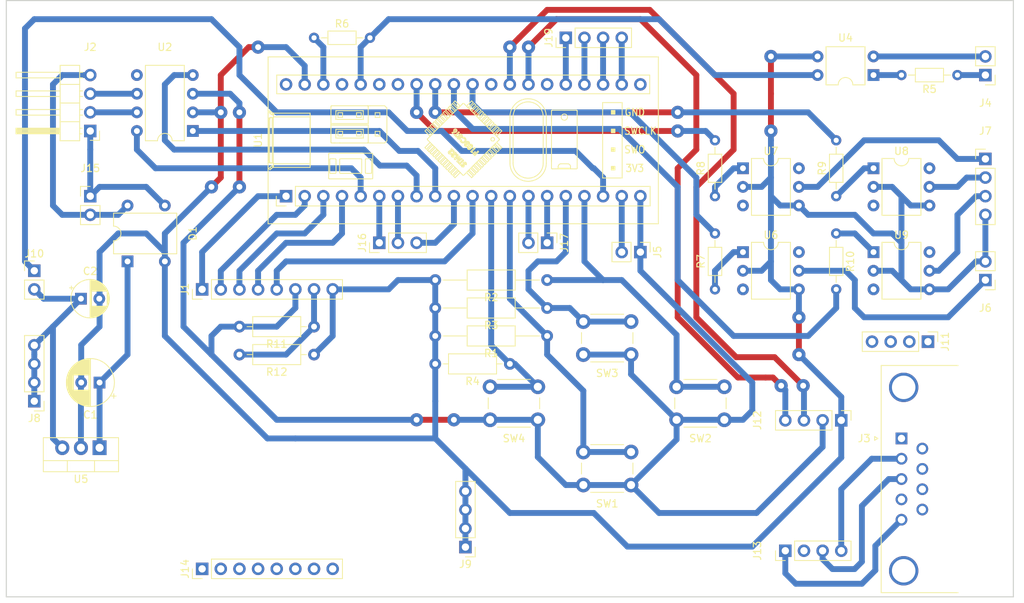
<source format=kicad_pcb>
(kicad_pcb (version 20171130) (host pcbnew 5.1.7)
  (title_block (title stm_proto_board) (date 2020-10-21) (rev 1.1))
  (layers (0 F.Cu signal) (31 B.Cu signal) (34 B.Paste user) (35 F.Paste user) (36 B.SilkS user) (37 F.SilkS user) (38 B.Mask user) (39 F.Mask user) (44 Edge.Cuts user))
  (net 0 "")
  (net 1 "Net-(U1-Pad21)")
  (net 2 +3V3)
  (net 3 /LCD_RST)
  (net 4 /LCD_CE)
  (net 5 /LCD_DC)
  (net 6 /LCD_DIN)
  (net 7 CAN_RX)
  (net 8 CAN_TX)
  (net 9 GND)
  (net 10 "Net-(U1-Pad37)")
  (net 11 /LCD_CLK)
  (net 12 "Net-(U1-Pad40)")
  (net 13 CAN_EN)
  (net 14 "Net-(J2-Pad3)")
  (net 15 "Net-(J2-Pad2)")
  (net 16 "Net-(C1-Pad1)")
  (net 17 +5V)
  (net 18 /Valt2)
  (net 19 /Valt1)
  (net 20 /LIGHT)
  (net 21 SW_UP)
  (net 22 SW_DOWN)
  (net 23 SW_RIGHT)
  (net 24 SW_LEFT)
  (net 25 "Net-(R5-Pad2)")
  (net 26 "Net-(J4-Pad1)")
  (net 27 USART3_RX)
  (net 28 LED_W)
  (net 29 "Net-(R7-Pad1)")
  (net 30 LED_R)
  (net 31 "Net-(R8-Pad1)")
  (net 32 LED_G)
  (net 33 "Net-(R9-Pad1)")
  (net 34 LED_B)
  (net 35 "Net-(R10-Pad1)")
  (net 36 SDA)
  (net 37 SCL)
  (net 38 Ext8)
  (net 39 USART2_TX)
  (net 40 USART2_RX)
  (net 41 Ext9)
  (net 42 Ext11)
  (net 43 Ext12)
  (net 44 "Net-(U2-Pad5)")
  (net 45 "Net-(J4-Pad2)")
  (net 46 "Net-(U6-Pad6)")
  (net 47 "Net-(U6-Pad3)")
  (net 48 OUT_W)
  (net 49 "Net-(U7-Pad6)")
  (net 50 "Net-(U7-Pad3)")
  (net 51 OUT_R)
  (net 52 "Net-(U8-Pad6)")
  (net 53 "Net-(U8-Pad3)")
  (net 54 OUT_G)
  (net 55 "Net-(U9-Pad6)")
  (net 56 "Net-(U9-Pad3)")
  (net 57 OUT_B)
  (net 58 "Net-(J3-Pad9)")
  (net 59 "Net-(J3-Pad8)")
  (net 60 "Net-(J3-Pad7)")
  (net 61 "Net-(J3-Pad6)")
  (net 62 "Net-(J13-Pad1)")
  (net 63 "Net-(J3-Pad4)")
  (net 64 "Net-(J13-Pad3)")
  (net 65 "Net-(J13-Pad4)")
  (net 66 "Net-(J3-Pad1)")
  (net 67 "Net-(J13-Pad2)")
  (net 68 "Net-(J14-Pad8)")
  (net 69 "Net-(J14-Pad7)")
  (net 70 "Net-(J14-Pad6)")
  (net 71 "Net-(J14-Pad5)")
  (net 72 "Net-(J14-Pad4)")
  (net 73 "Net-(J14-Pad3)")
  (net 74 "Net-(J14-Pad2)")
  (net 75 "Net-(J14-Pad1)")
  (net 76 "Net-(J10-Pad1)")
  (net 77 GND_SCL)
  (net 78 TP1)
  (net 79 TP2)
  (net 80 TP3)
  (net 81 TP4)
  (net 82 TP5)
  (net 83 TP6)
  (net 84 TP7)
  (net 85 3.3v_teleinfo)
  (module Connector_PinHeader_2.54mm:PinHeader_1x04_P2.54mm_Vertical (layer F.Cu) (at 203 110 270)
    (fp_text reference J11 (at 0 -2.33 90) (layer F.SilkS))
    (fp_text value Conn_01x04)
    (pad 4 thru_hole oval (at 0 7.62 270) (size 1.7 1.7) (drill 1) (layers *.Cu *.Mask) (net 37 SCL))
    (pad 3 thru_hole oval (at 0 5.08 270) (size 1.7 1.7) (drill 1) (layers *.Cu *.Mask) (net 36 SDA))
    (pad 2 thru_hole oval (at 0 2.54 270) (size 1.7 1.7) (drill 1) (layers *.Cu *.Mask) (net 77 GND_SCL))
    (pad 1 thru_hole rect (at 0 0 270) (size 1.7 1.7) (drill 1) (layers *.Cu *.Mask) (net 2 +3V3))
  )
  (module Connector_PinHeader_2.54mm:PinHeader_1x02_P2.54mm_Vertical (layer F.Cu) (at 151.13 96.52 270)
    (fp_text reference J17 (at 0 -2.33 90) (layer F.SilkS))
    (fp_text value Conn_01x02)
    (pad 2 thru_hole oval (at 0 2.54 270) (size 1.7 1.7) (drill 1) (layers *.Cu *.Mask) (net 37 SCL))
    (pad 1 thru_hole rect (at 0 0 270) (size 1.7 1.7) (drill 1) (layers *.Cu *.Mask) (net 36 SDA))
  )
  (module Connector_PinHeader_2.54mm:PinHeader_1x02_P2.54mm_Vertical (layer F.Cu) (at 163.83 97.79 270)
    (fp_text reference J5 (at 0 -2.33 90) (layer F.SilkS))
    (fp_text value Conn_01x02)
    (pad 2 thru_hole oval (at 0 2.54 270) (size 1.7 1.7) (drill 1) (layers *.Cu *.Mask) (net 77 GND_SCL))
    (pad 1 thru_hole rect (at 0 0 270) (size 1.7 1.7) (drill 1) (layers *.Cu *.Mask) (net 2 +3V3))
  )
  (module Resistor_THT:R_Axial_DIN0207_L6.3mm_D2.5mm_P10.16mm_Horizontal (layer F.Cu) (at 119.38 111.76 180)
    (fp_text reference R12 (at 5.08 -2.37) (layer F.SilkS))
    (fp_text value R)
    (pad 2 thru_hole oval (at 10.16 0 180) (size 1.6 1.6) (drill 0.8) (layers *.Cu *.Mask) (net 20 /LIGHT))
    (pad 1 thru_hole circle (at 0 0 180) (size 1.6 1.6) (drill 0.8) (layers *.Cu *.Mask) (net 9 GND))
  )
  (module Resistor_THT:R_Axial_DIN0207_L6.3mm_D2.5mm_P10.16mm_Horizontal (layer F.Cu) (at 119.38 107.95 180)
    (fp_text reference R11 (at 5.08 -2.37) (layer F.SilkS))
    (fp_text value R)
    (pad 2 thru_hole oval (at 10.16 0 180) (size 1.6 1.6) (drill 0.8) (layers *.Cu *.Mask) (net 2 +3V3))
    (pad 1 thru_hole circle (at 0 0 180) (size 1.6 1.6) (drill 0.8) (layers *.Cu *.Mask) (net 20 /LIGHT))
  )
  (module Capacitor_THT:CP_Radial_D5.0mm_P2.50mm (layer F.Cu) (at 87.63 104.14)
    (fp_text reference C2 (at 1.25 -3.75) (layer F.SilkS))
    (fp_text value CAP)
    (pad 2 thru_hole circle (at 2.5 0) (size 1.6 1.6) (drill 0.8) (layers *.Cu *.Mask) (net 9 GND))
    (pad 1 thru_hole rect (at 0 0) (size 1.6 1.6) (drill 0.8) (layers *.Cu *.Mask) (net 17 +5V))
  )
  (module Capacitor_THT:CP_Radial_D6.3mm_P2.50mm (layer F.Cu) (at 90.17 115.57 180)
    (fp_text reference C1 (at 1.25 -4.4) (layer F.SilkS))
    (fp_text value CAP)
    (pad 2 thru_hole circle (at 2.5 0 180) (size 1.6 1.6) (drill 0.8) (layers *.Cu *.Mask) (net 9 GND))
    (pad 1 thru_hole rect (at 0 0 180) (size 1.6 1.6) (drill 0.8) (layers *.Cu *.Mask) (net 16 "Net-(C1-Pad1)"))
  )
  (module Connector_PinHeader_2.54mm:PinHeader_1x03_P2.54mm_Vertical (layer F.Cu) (at 128.27 96.52 90)
    (fp_text reference J16 (at 0 -2.33 90) (layer F.SilkS))
    (fp_text value Conn_01x03)
    (pad 3 thru_hole oval (at 0 5.08 90) (size 1.7 1.7) (drill 1) (layers *.Cu *.Mask) (net 80 TP3))
    (pad 2 thru_hole oval (at 0 2.54 90) (size 1.7 1.7) (drill 1) (layers *.Cu *.Mask) (net 79 TP2))
    (pad 1 thru_hole rect (at 0 0 90) (size 1.7 1.7) (drill 1) (layers *.Cu *.Mask) (net 78 TP1))
  )
  (module Connector_PinHeader_2.54mm:PinHeader_1x04_P2.54mm_Vertical (layer F.Cu) (at 153.67 68.58 90)
    (fp_text reference J19 (at 0 -2.33 90) (layer F.SilkS))
    (fp_text value Conn_01x04)
    (pad 4 thru_hole oval (at 0 7.62 90) (size 1.7 1.7) (drill 1) (layers *.Cu *.Mask) (net 84 TP7))
    (pad 3 thru_hole oval (at 0 5.08 90) (size 1.7 1.7) (drill 1) (layers *.Cu *.Mask) (net 83 TP6))
    (pad 2 thru_hole oval (at 0 2.54 90) (size 1.7 1.7) (drill 1) (layers *.Cu *.Mask) (net 82 TP5))
    (pad 1 thru_hole rect (at 0 0 90) (size 1.7 1.7) (drill 1) (layers *.Cu *.Mask) (net 81 TP4))
  )
  (module Footprints:YAAJ_BluePill_1 (layer F.Cu) (at 115.57 90.17 90)
    (fp_text reference U1 (at 7.62 -3.81 90) (layer F.SilkS))
    (fp_text value YAAJ_BluePill_Part_Like hide)
    (fp_text user GND (at 11.43 47.498 unlocked) (layer F.SilkS) (effects (font (size 1 0.9))))
    (fp_text user SWCLK (at 8.89 48.26 unlocked) (layer F.SilkS) (effects (font (size 1 0.9))))
    (fp_text user SWO (at 6.35 47.498 unlocked) (layer F.SilkS) (effects (font (size 1 0.9))))
    (fp_text user 3V3 (at 3.81 47.498 unlocked) (layer F.SilkS) (effects (font (size 1 0.9))))
    (pad 20 thru_hole circle (at 0 48.26 90) (size 1.7 1.7) (drill 1) (layers *.Cu *.Mask) (net 2 +3V3))
    (pad 21 thru_hole circle (at 15.24 48.26 90) (size 1.7 1.7) (drill 1) (layers *.Cu *.Mask) (net 1 "Net-(U1-Pad21)"))
    (pad 19 thru_hole circle (at 0 45.72 90) (size 1.7 1.7) (drill 1) (layers *.Cu *.Mask) (net 77 GND_SCL))
    (pad 22 thru_hole circle (at 15.24 45.72 90) (size 1.7 1.7) (drill 1) (layers *.Cu *.Mask) (net 84 TP7))
    (pad 18 thru_hole circle (at 0 43.18 90) (size 1.7 1.7) (drill 1) (layers *.Cu *.Mask) (net 76 "Net-(J10-Pad1)"))
    (pad 23 thru_hole circle (at 15.24 43.18 90) (size 1.7 1.7) (drill 1) (layers *.Cu *.Mask) (net 83 TP6))
    (pad 17 thru_hole circle (at 0 40.64 90) (size 1.7 1.7) (drill 1) (layers *.Cu *.Mask) (net 22 SW_DOWN))
    (pad 24 thru_hole circle (at 15.24 40.64 90) (size 1.7 1.7) (drill 1) (layers *.Cu *.Mask) (net 82 TP5))
    (pad 16 thru_hole circle (at 0 38.1 90) (size 1.7 1.7) (drill 1) (layers *.Cu *.Mask) (net 23 SW_RIGHT))
    (pad 25 thru_hole circle (at 15.24 38.1 90) (size 1.7 1.7) (drill 1) (layers *.Cu *.Mask) (net 81 TP4))
    (pad 15 thru_hole circle (at 0 35.56 90) (size 1.7 1.7) (drill 1) (layers *.Cu *.Mask) (net 36 SDA))
    (pad 26 thru_hole circle (at 15.24 35.56 90) (size 1.7 1.7) (drill 1) (layers *.Cu *.Mask) (net 38 Ext8))
    (pad 14 thru_hole circle (at 0 33.02 90) (size 1.7 1.7) (drill 1) (layers *.Cu *.Mask) (net 37 SCL))
    (pad 27 thru_hole circle (at 15.24 33.02 90) (size 1.7 1.7) (drill 1) (layers *.Cu *.Mask) (net 39 USART2_TX))
    (pad 13 thru_hole circle (at 0 30.48 90) (size 1.7 1.7) (drill 1) (layers *.Cu *.Mask) (net 21 SW_UP))
    (pad 28 thru_hole circle (at 15.24 30.48 90) (size 1.7 1.7) (drill 1) (layers *.Cu *.Mask) (net 40 USART2_RX))
    (pad 12 thru_hole circle (at 0 27.94 90) (size 1.7 1.7) (drill 1) (layers *.Cu *.Mask) (net 24 SW_LEFT))
    (pad 29 thru_hole circle (at 15.24 27.94 90) (size 1.7 1.7) (drill 1) (layers *.Cu *.Mask) (net 41 Ext9))
    (pad 11 thru_hole circle (at 0 25.4 90) (size 1.7 1.7) (drill 1) (layers *.Cu *.Mask) (net 11 /LCD_CLK))
    (pad 30 thru_hole circle (at 15.24 25.4 90) (size 1.7 1.7) (drill 1) (layers *.Cu *.Mask) (net 28 LED_W))
    (pad 10 thru_hole circle (at 0 22.86 90) (size 1.7 1.7) (drill 1) (layers *.Cu *.Mask) (net 80 TP3))
    (pad 31 thru_hole circle (at 15.24 22.86 90) (size 1.7 1.7) (drill 1) (layers *.Cu *.Mask) (net 34 LED_B))
    (pad 9 thru_hole circle (at 0 20.32 90) (size 1.7 1.7) (drill 1) (layers *.Cu *.Mask) (net 8 CAN_TX))
    (pad 32 thru_hole circle (at 15.24 20.32 90) (size 1.7 1.7) (drill 1) (layers *.Cu *.Mask) (net 32 LED_G))
    (pad 8 thru_hole circle (at 0 17.78 90) (size 1.7 1.7) (drill 1) (layers *.Cu *.Mask) (net 7 CAN_RX))
    (pad 33 thru_hole circle (at 15.24 17.78 90) (size 1.7 1.7) (drill 1) (layers *.Cu *.Mask) (net 30 LED_R))
    (pad 7 thru_hole circle (at 0 15.24 90) (size 1.7 1.7) (drill 1) (layers *.Cu *.Mask) (net 79 TP2))
    (pad 34 thru_hole circle (at 15.24 15.24 90) (size 1.7 1.7) (drill 1) (layers *.Cu *.Mask) (net 42 Ext11))
    (pad 6 thru_hole circle (at 0 12.7 90) (size 1.7 1.7) (drill 1) (layers *.Cu *.Mask) (net 78 TP1))
    (pad 35 thru_hole circle (at 15.24 12.7 90) (size 1.7 1.7) (drill 1) (layers *.Cu *.Mask) (net 43 Ext12))
    (pad 5 thru_hole circle (at 0 10.16 90) (size 1.7 1.7) (drill 1) (layers *.Cu *.Mask) (net 13 CAN_EN))
    (pad 36 thru_hole circle (at 15.24 10.16 90) (size 1.7 1.7) (drill 1) (layers *.Cu *.Mask) (net 27 USART3_RX))
    (pad 4 thru_hole circle (at 0 7.62 90) (size 1.7 1.7) (drill 1) (layers *.Cu *.Mask) (net 6 /LCD_DIN))
    (pad 37 thru_hole circle (at 15.24 7.62 90) (size 1.7 1.7) (drill 1) (layers *.Cu *.Mask) (net 10 "Net-(U1-Pad37)"))
    (pad 3 thru_hole circle (at 0 5.08 90) (size 1.7 1.7) (drill 1) (layers *.Cu *.Mask) (net 5 /LCD_DC))
    (pad 38 thru_hole circle (at 15.24 5.08 90) (size 1.7 1.7) (drill 1) (layers *.Cu *.Mask) (net 85 3.3v_teleinfo))
    (pad 2 thru_hole circle (at 0 2.54 90) (size 1.7 1.7) (drill 1) (layers *.Cu *.Mask) (net 4 /LCD_CE))
    (pad 39 thru_hole circle (at 15.24 2.54 90) (size 1.7 1.7) (drill 1) (layers *.Cu *.Mask) (net 9 GND))
    (pad 1 thru_hole rect (at 0 0 90) (size 1.7 1.7) (drill 1) (layers *.Cu *.Mask) (net 3 /LCD_RST))
    (pad 40 thru_hole circle (at 15.24 0 90) (size 1.7 1.7) (drill 1) (layers *.Cu *.Mask) (net 12 "Net-(U1-Pad40)"))
  )
  (module Connector_PinHeader_2.54mm:PinHeader_1x02_P2.54mm_Vertical (layer F.Cu) (at 81.28 100.33)
    (fp_text reference J10 (at 0 -2.33) (layer F.SilkS))
    (fp_text value Conn_01x02)
    (pad 2 thru_hole oval (at 0 2.54) (size 1.7 1.7) (drill 1) (layers *.Cu *.Mask) (net 17 +5V))
    (pad 1 thru_hole rect (at 0 0) (size 1.7 1.7) (drill 1) (layers *.Cu *.Mask) (net 76 "Net-(J10-Pad1)"))
  )
  (module Package_TO_SOT_THT:TO-220-3_Vertical (layer F.Cu) (at 90.17 124.46 180)
    (fp_text reference U5 (at 2.54 -4.27) (layer F.SilkS))
    (fp_text value L7805)
    (pad 3 thru_hole oval (at 5.08 0 180) (size 1.905 2) (drill 1.1) (layers *.Cu *.Mask) (net 17 +5V))
    (pad 2 thru_hole oval (at 2.54 0 180) (size 1.905 2) (drill 1.1) (layers *.Cu *.Mask) (net 9 GND))
    (pad 1 thru_hole rect (at 0 0 180) (size 1.905 2) (drill 1.1) (layers *.Cu *.Mask) (net 16 "Net-(C1-Pad1)"))
  )
  (module Resistor_THT:R_Axial_DIN0207_L6.3mm_D2.5mm_P10.16mm_Horizontal (layer F.Cu) (at 146.05 113.03 180)
    (fp_text reference R4 (at 5.08 -2.37) (layer F.SilkS))
    (fp_text value R)
    (pad 2 thru_hole oval (at 10.16 0 180) (size 1.6 1.6) (drill 0.8) (layers *.Cu *.Mask) (net 9 GND))
    (pad 1 thru_hole circle (at 0 0 180) (size 1.6 1.6) (drill 0.8) (layers *.Cu *.Mask) (net 24 SW_LEFT))
  )
  (module Resistor_THT:R_Axial_DIN0207_L6.3mm_D2.5mm_P15.24mm_Horizontal (layer F.Cu) (at 151.13 105.41 180)
    (fp_text reference R3 (at 7.62 -2.37) (layer F.SilkS))
    (fp_text value R)
    (pad 2 thru_hole oval (at 15.24 0 180) (size 1.6 1.6) (drill 0.8) (layers *.Cu *.Mask) (net 9 GND))
    (pad 1 thru_hole circle (at 0 0 180) (size 1.6 1.6) (drill 0.8) (layers *.Cu *.Mask) (net 23 SW_RIGHT))
  )
  (module Resistor_THT:R_Axial_DIN0207_L6.3mm_D2.5mm_P15.24mm_Horizontal (layer F.Cu) (at 151.13 101.6 180)
    (fp_text reference R2 (at 7.62 -2.37) (layer F.SilkS))
    (fp_text value R)
    (pad 2 thru_hole oval (at 15.24 0 180) (size 1.6 1.6) (drill 0.8) (layers *.Cu *.Mask) (net 9 GND))
    (pad 1 thru_hole circle (at 0 0 180) (size 1.6 1.6) (drill 0.8) (layers *.Cu *.Mask) (net 22 SW_DOWN))
  )
  (module Resistor_THT:R_Axial_DIN0207_L6.3mm_D2.5mm_P15.24mm_Horizontal (layer F.Cu) (at 151.13 109.22 180)
    (fp_text reference R1 (at 7.62 -2.37) (layer F.SilkS))
    (fp_text value R)
    (pad 2 thru_hole oval (at 15.24 0 180) (size 1.6 1.6) (drill 0.8) (layers *.Cu *.Mask) (net 9 GND))
    (pad 1 thru_hole circle (at 0 0 180) (size 1.6 1.6) (drill 0.8) (layers *.Cu *.Mask) (net 21 SW_UP))
  )
  (module Connector_PinHeader_2.54mm:PinHeader_1x04_P2.54mm_Vertical (layer F.Cu) (at 140 138 180)
    (fp_text reference J9 (at 0 -2.33) (layer F.SilkS))
    (fp_text value Conn_01x04)
    (pad 4 thru_hole oval (at 0 7.62 180) (size 1.7 1.7) (drill 1) (layers *.Cu *.Mask) (net 9 GND))
    (pad 3 thru_hole oval (at 0 5.08 180) (size 1.7 1.7) (drill 1) (layers *.Cu *.Mask) (net 9 GND))
    (pad 2 thru_hole oval (at 0 2.54 180) (size 1.7 1.7) (drill 1) (layers *.Cu *.Mask) (net 9 GND))
    (pad 1 thru_hole rect (at 0 0 180) (size 1.7 1.7) (drill 1) (layers *.Cu *.Mask) (net 9 GND))
  )
  (module Connector_PinHeader_2.54mm:PinHeader_1x04_P2.54mm_Vertical (layer F.Cu) (at 81.28 118.11 180)
    (fp_text reference J8 (at 0 -2.33) (layer F.SilkS))
    (fp_text value Conn_01x04)
    (pad 4 thru_hole oval (at 0 7.62 180) (size 1.7 1.7) (drill 1) (layers *.Cu *.Mask) (net 17 +5V))
    (pad 3 thru_hole oval (at 0 5.08 180) (size 1.7 1.7) (drill 1) (layers *.Cu *.Mask) (net 17 +5V))
    (pad 2 thru_hole oval (at 0 2.54 180) (size 1.7 1.7) (drill 1) (layers *.Cu *.Mask) (net 17 +5V))
    (pad 1 thru_hole rect (at 0 0 180) (size 1.7 1.7) (drill 1) (layers *.Cu *.Mask) (net 17 +5V))
  )
  (module Resistor_THT:R_Axial_DIN0204_L3.6mm_D1.6mm_P7.62mm_Horizontal (layer F.Cu) (at 207.01 73.66 180)
    (fp_text reference R5 (at 3.81 -1.92) (layer F.SilkS))
    (fp_text value 10k)
    (pad 2 thru_hole oval (at 7.62 0 180) (size 1.4 1.4) (drill 0.7) (layers *.Cu *.Mask) (net 25 "Net-(R5-Pad2)"))
    (pad 1 thru_hole circle (at 0 0 180) (size 1.4 1.4) (drill 0.7) (layers *.Cu *.Mask) (net 26 "Net-(J4-Pad1)"))
  )
  (module Connector_PinHeader_2.54mm:PinHeader_1x08_P2.54mm_Vertical (layer F.Cu) (at 104.14 102.87 90)
    (fp_text reference J1 (at 0 -2.33 90) (layer F.SilkS))
    (fp_text value Conn_01x08)
    (pad 8 thru_hole oval (at 0 17.78 90) (size 1.7 1.7) (drill 1) (layers *.Cu *.Mask) (net 9 GND))
    (pad 7 thru_hole oval (at 0 15.24 90) (size 1.7 1.7) (drill 1) (layers *.Cu *.Mask) (net 20 /LIGHT))
    (pad 6 thru_hole oval (at 0 12.7 90) (size 1.7 1.7) (drill 1) (layers *.Cu *.Mask) (net 2 +3V3))
    (pad 5 thru_hole oval (at 0 10.16 90) (size 1.7 1.7) (drill 1) (layers *.Cu *.Mask) (net 11 /LCD_CLK))
    (pad 4 thru_hole oval (at 0 7.62 90) (size 1.7 1.7) (drill 1) (layers *.Cu *.Mask) (net 6 /LCD_DIN))
    (pad 3 thru_hole oval (at 0 5.08 90) (size 1.7 1.7) (drill 1) (layers *.Cu *.Mask) (net 5 /LCD_DC))
    (pad 2 thru_hole oval (at 0 2.54 90) (size 1.7 1.7) (drill 1) (layers *.Cu *.Mask) (net 4 /LCD_CE))
    (pad 1 thru_hole rect (at 0 0 90) (size 1.7 1.7) (drill 1) (layers *.Cu *.Mask) (net 3 /LCD_RST))
  )
  (module Connector_PinHeader_2.54mm:PinHeader_1x08_P2.54mm_Vertical (layer F.Cu) (at 104.14 140.97 90)
    (fp_text reference J14 (at 0 -2.33 90) (layer F.SilkS))
    (fp_text value Conn_01x08)
    (pad 8 thru_hole oval (at 0 17.78 90) (size 1.7 1.7) (drill 1) (layers *.Cu *.Mask) (net 68 "Net-(J14-Pad8)"))
    (pad 7 thru_hole oval (at 0 15.24 90) (size 1.7 1.7) (drill 1) (layers *.Cu *.Mask) (net 69 "Net-(J14-Pad7)"))
    (pad 6 thru_hole oval (at 0 12.7 90) (size 1.7 1.7) (drill 1) (layers *.Cu *.Mask) (net 70 "Net-(J14-Pad6)"))
    (pad 5 thru_hole oval (at 0 10.16 90) (size 1.7 1.7) (drill 1) (layers *.Cu *.Mask) (net 71 "Net-(J14-Pad5)"))
    (pad 4 thru_hole oval (at 0 7.62 90) (size 1.7 1.7) (drill 1) (layers *.Cu *.Mask) (net 72 "Net-(J14-Pad4)"))
    (pad 3 thru_hole oval (at 0 5.08 90) (size 1.7 1.7) (drill 1) (layers *.Cu *.Mask) (net 73 "Net-(J14-Pad3)"))
    (pad 2 thru_hole oval (at 0 2.54 90) (size 1.7 1.7) (drill 1) (layers *.Cu *.Mask) (net 74 "Net-(J14-Pad2)"))
    (pad 1 thru_hole rect (at 0 0 90) (size 1.7 1.7) (drill 1) (layers *.Cu *.Mask) (net 75 "Net-(J14-Pad1)"))
  )
  (module Connector_PinHeader_2.54mm:PinHeader_1x04_P2.54mm_Horizontal (layer F.Cu) (at 88.9 81.28 180)
    (fp_text reference J2 (at 0 11.43) (layer F.SilkS))
    (fp_text value Conn_01x04)
    (pad 4 thru_hole oval (at 0 7.62 180) (size 1.7 1.7) (drill 1) (layers *.Cu *.Mask) (net 18 /Valt2))
    (pad 3 thru_hole oval (at 0 5.08 180) (size 1.7 1.7) (drill 1) (layers *.Cu *.Mask) (net 14 "Net-(J2-Pad3)"))
    (pad 2 thru_hole oval (at 0 2.54 180) (size 1.7 1.7) (drill 1) (layers *.Cu *.Mask) (net 15 "Net-(J2-Pad2)"))
    (pad 1 thru_hole rect (at 0 0 180) (size 1.7 1.7) (drill 1) (layers *.Cu *.Mask) (net 19 /Valt1))
  )
  (module Diode_THT:Diode_Bridge_DIP-4_W7.62mm_P5.08mm (layer F.Cu) (at 93.98 99.06 90)
    (fp_text reference D1 (at 3.81 8.89 90) (layer F.SilkS))
    (fp_text value D_Bridge_+-AA)
    (pad 1 thru_hole rect (at 0 0 90) (size 1.6 1.6) (drill 0.8) (layers *.Cu *.Mask) (net 16 "Net-(C1-Pad1)"))
    (pad 3 thru_hole oval (at 7.62 5.08 90) (size 1.6 1.6) (drill 0.8) (layers *.Cu *.Mask) (net 19 /Valt1))
    (pad 2 thru_hole oval (at 0 5.08 90) (size 1.6 1.6) (drill 0.8) (layers *.Cu *.Mask) (net 9 GND))
    (pad 4 thru_hole oval (at 7.62 0 90) (size 1.6 1.6) (drill 0.8) (layers *.Cu *.Mask) (net 18 /Valt2))
  )
  (module Connector_PinHeader_2.54mm:PinHeader_1x02_P2.54mm_Vertical (layer F.Cu) (at 88.9 90.17)
    (fp_text reference J15 (at 0 -3.81) (layer F.SilkS))
    (fp_text value Conn_01x02)
    (pad 1 thru_hole rect (at 0 0) (size 1.7 1.7) (drill 1) (layers *.Cu *.Mask) (net 19 /Valt1))
    (pad 2 thru_hole oval (at 0 2.54) (size 1.7 1.7) (drill 1) (layers *.Cu *.Mask) (net 18 /Valt2))
  )
  (module Connector_PinHeader_2.54mm:PinHeader_1x02_P2.54mm_Vertical (layer F.Cu) (at 210.82 101.6 180)
    (fp_text reference J6 (at 0 -3.81) (layer F.SilkS))
    (fp_text value Conn_01x02)
    (pad 2 thru_hole oval (at 0 2.54 180) (size 1.7 1.7) (drill 1) (layers *.Cu *.Mask) (net 9 GND))
    (pad 1 thru_hole rect (at 0 0 180) (size 1.7 1.7) (drill 1) (layers *.Cu *.Mask) (net 48 OUT_W))
  )
  (module Connector_PinHeader_2.54mm:PinHeader_1x02_P2.54mm_Vertical (layer F.Cu) (at 210.82 73.66 180)
    (fp_text reference J4 (at 0 -3.81) (layer F.SilkS))
    (fp_text value Conn_01x02)
    (pad 2 thru_hole oval (at 0 2.54 180) (size 1.7 1.7) (drill 1) (layers *.Cu *.Mask) (net 45 "Net-(J4-Pad2)"))
    (pad 1 thru_hole rect (at 0 0 180) (size 1.7 1.7) (drill 1) (layers *.Cu *.Mask) (net 26 "Net-(J4-Pad1)"))
  )
  (module Connector_PinHeader_2.54mm:PinHeader_1x04_P2.54mm_Vertical (layer F.Cu) (at 183.57 138.5 90)
    (fp_text reference J13 (at 0 -3.81 90) (layer F.SilkS))
    (fp_text value Conn_01x04)
    (pad 4 thru_hole oval (at 0 7.62 90) (size 1.7 1.7) (drill 1) (layers *.Cu *.Mask) (net 65 "Net-(J13-Pad4)"))
    (pad 3 thru_hole oval (at 0 5.08 90) (size 1.7 1.7) (drill 1) (layers *.Cu *.Mask) (net 64 "Net-(J13-Pad3)"))
    (pad 2 thru_hole oval (at 0 2.54 90) (size 1.7 1.7) (drill 1) (layers *.Cu *.Mask) (net 67 "Net-(J13-Pad2)"))
    (pad 1 thru_hole rect (at 0 0 90) (size 1.7 1.7) (drill 1) (layers *.Cu *.Mask) (net 62 "Net-(J13-Pad1)"))
  )
  (module Connector_PinHeader_2.54mm:PinHeader_1x04_P2.54mm_Vertical (layer F.Cu) (at 191.19 120.72 270)
    (fp_text reference J12 (at 0 11.43 90) (layer F.SilkS))
    (fp_text value Conn_01x04)
    (pad 4 thru_hole oval (at 0 7.62 270) (size 1.7 1.7) (drill 1) (layers *.Cu *.Mask) (net 39 USART2_TX))
    (pad 3 thru_hole oval (at 0 5.08 270) (size 1.7 1.7) (drill 1) (layers *.Cu *.Mask) (net 40 USART2_RX))
    (pad 2 thru_hole oval (at 0 2.54 270) (size 1.7 1.7) (drill 1) (layers *.Cu *.Mask) (net 2 +3V3))
    (pad 1 thru_hole rect (at 0 0 270) (size 1.7 1.7) (drill 1) (layers *.Cu *.Mask) (net 9 GND))
  )
  (module Connector_PinHeader_2.54mm:PinHeader_1x04_P2.54mm_Vertical (layer F.Cu) (at 210.82 85.09)
    (fp_text reference J7 (at 0 -3.81) (layer F.SilkS))
    (fp_text value Conn_01x04)
    (pad 4 thru_hole oval (at 0 7.62) (size 1.7 1.7) (drill 1) (layers *.Cu *.Mask) (net 9 GND))
    (pad 3 thru_hole oval (at 0 5.08) (size 1.7 1.7) (drill 1) (layers *.Cu *.Mask) (net 57 OUT_B))
    (pad 2 thru_hole oval (at 0 2.54) (size 1.7 1.7) (drill 1) (layers *.Cu *.Mask) (net 54 OUT_G))
    (pad 1 thru_hole rect (at 0 0) (size 1.7 1.7) (drill 1) (layers *.Cu *.Mask) (net 51 OUT_R))
  )
  (module Connector_Dsub:DSUB-9_Female_Horizontal_P2.77x2.84mm_EdgePinOffset4.94mm_Housed_MountingHolesOffset7.48mm (layer F.Cu) (at 199.39 123.19 90)
    (fp_text reference J3 (at 0 -5.08 180) (layer F.SilkS))
    (fp_text value DB9_Female)
    (pad 0 thru_hole circle (at 6.96 0.3 90) (size 4 4) (drill 3.2) (layers *.Cu *.Mask))
    (pad 0 thru_hole circle (at -18.04 0.3 90) (size 4 4) (drill 3.2) (layers *.Cu *.Mask))
    (pad 9 thru_hole circle (at -9.695 2.84 90) (size 1.6 1.6) (drill 1) (layers *.Cu *.Mask) (net 58 "Net-(J3-Pad9)"))
    (pad 8 thru_hole circle (at -6.925 2.84 90) (size 1.6 1.6) (drill 1) (layers *.Cu *.Mask) (net 59 "Net-(J3-Pad8)"))
    (pad 7 thru_hole circle (at -4.155 2.84 90) (size 1.6 1.6) (drill 1) (layers *.Cu *.Mask) (net 60 "Net-(J3-Pad7)"))
    (pad 6 thru_hole circle (at -1.385 2.84 90) (size 1.6 1.6) (drill 1) (layers *.Cu *.Mask) (net 61 "Net-(J3-Pad6)"))
    (pad 5 thru_hole circle (at -11.08 0 90) (size 1.6 1.6) (drill 1) (layers *.Cu *.Mask) (net 62 "Net-(J13-Pad1)"))
    (pad 4 thru_hole circle (at -8.31 0 90) (size 1.6 1.6) (drill 1) (layers *.Cu *.Mask) (net 63 "Net-(J3-Pad4)"))
    (pad 3 thru_hole circle (at -5.54 0 90) (size 1.6 1.6) (drill 1) (layers *.Cu *.Mask) (net 64 "Net-(J13-Pad3)"))
    (pad 2 thru_hole circle (at -2.77 0 90) (size 1.6 1.6) (drill 1) (layers *.Cu *.Mask) (net 65 "Net-(J13-Pad4)"))
    (pad 1 thru_hole rect (at 0 0 90) (size 1.6 1.6) (drill 1) (layers *.Cu *.Mask) (net 66 "Net-(J3-Pad1)"))
  )
  (module Package_DIP:DIP-6_W7.62mm (layer F.Cu) (at 195.58 97.79)
    (fp_text reference U9 (at 3.81 -2.33) (layer F.SilkS))
    (fp_text value 4N25)
    (pad 6 thru_hole oval (at 7.62 0) (size 1.6 1.6) (drill 0.8) (layers *.Cu *.Mask) (net 55 "Net-(U9-Pad6)"))
    (pad 3 thru_hole oval (at 0 5.08) (size 1.6 1.6) (drill 0.8) (layers *.Cu *.Mask) (net 56 "Net-(U9-Pad3)"))
    (pad 5 thru_hole oval (at 7.62 2.54) (size 1.6 1.6) (drill 0.8) (layers *.Cu *.Mask) (net 57 OUT_B))
    (pad 2 thru_hole oval (at 0 2.54) (size 1.6 1.6) (drill 0.8) (layers *.Cu *.Mask) (net 9 GND))
    (pad 4 thru_hole oval (at 7.62 5.08) (size 1.6 1.6) (drill 0.8) (layers *.Cu *.Mask) (net 9 GND))
    (pad 1 thru_hole rect (at 0 0) (size 1.6 1.6) (drill 0.8) (layers *.Cu *.Mask) (net 35 "Net-(R10-Pad1)"))
  )
  (module Package_DIP:DIP-6_W7.62mm (layer F.Cu) (at 195.58 86.36)
    (fp_text reference U8 (at 3.81 -2.33) (layer F.SilkS))
    (fp_text value 4N25)
    (pad 6 thru_hole oval (at 7.62 0) (size 1.6 1.6) (drill 0.8) (layers *.Cu *.Mask) (net 52 "Net-(U8-Pad6)"))
    (pad 3 thru_hole oval (at 0 5.08) (size 1.6 1.6) (drill 0.8) (layers *.Cu *.Mask) (net 53 "Net-(U8-Pad3)"))
    (pad 5 thru_hole oval (at 7.62 2.54) (size 1.6 1.6) (drill 0.8) (layers *.Cu *.Mask) (net 54 OUT_G))
    (pad 2 thru_hole oval (at 0 2.54) (size 1.6 1.6) (drill 0.8) (layers *.Cu *.Mask) (net 9 GND))
    (pad 4 thru_hole oval (at 7.62 5.08) (size 1.6 1.6) (drill 0.8) (layers *.Cu *.Mask) (net 9 GND))
    (pad 1 thru_hole rect (at 0 0) (size 1.6 1.6) (drill 0.8) (layers *.Cu *.Mask) (net 33 "Net-(R9-Pad1)"))
  )
  (module Package_DIP:DIP-6_W7.62mm (layer F.Cu) (at 177.8 86.36)
    (fp_text reference U7 (at 3.81 -2.33) (layer F.SilkS))
    (fp_text value 4N25)
    (pad 6 thru_hole oval (at 7.62 0) (size 1.6 1.6) (drill 0.8) (layers *.Cu *.Mask) (net 49 "Net-(U7-Pad6)"))
    (pad 3 thru_hole oval (at 0 5.08) (size 1.6 1.6) (drill 0.8) (layers *.Cu *.Mask) (net 50 "Net-(U7-Pad3)"))
    (pad 5 thru_hole oval (at 7.62 2.54) (size 1.6 1.6) (drill 0.8) (layers *.Cu *.Mask) (net 51 OUT_R))
    (pad 2 thru_hole oval (at 0 2.54) (size 1.6 1.6) (drill 0.8) (layers *.Cu *.Mask) (net 9 GND))
    (pad 4 thru_hole oval (at 7.62 5.08) (size 1.6 1.6) (drill 0.8) (layers *.Cu *.Mask) (net 9 GND))
    (pad 1 thru_hole rect (at 0 0) (size 1.6 1.6) (drill 0.8) (layers *.Cu *.Mask) (net 31 "Net-(R8-Pad1)"))
  )
  (module Package_DIP:DIP-6_W7.62mm (layer F.Cu) (at 177.8 97.79)
    (fp_text reference U6 (at 3.81 -2.33) (layer F.SilkS))
    (fp_text value 4N25)
    (pad 6 thru_hole oval (at 7.62 0) (size 1.6 1.6) (drill 0.8) (layers *.Cu *.Mask) (net 46 "Net-(U6-Pad6)"))
    (pad 3 thru_hole oval (at 0 5.08) (size 1.6 1.6) (drill 0.8) (layers *.Cu *.Mask) (net 47 "Net-(U6-Pad3)"))
    (pad 5 thru_hole oval (at 7.62 2.54) (size 1.6 1.6) (drill 0.8) (layers *.Cu *.Mask) (net 48 OUT_W))
    (pad 2 thru_hole oval (at 0 2.54) (size 1.6 1.6) (drill 0.8) (layers *.Cu *.Mask) (net 9 GND))
    (pad 4 thru_hole oval (at 7.62 5.08) (size 1.6 1.6) (drill 0.8) (layers *.Cu *.Mask) (net 9 GND))
    (pad 1 thru_hole rect (at 0 0) (size 1.6 1.6) (drill 0.8) (layers *.Cu *.Mask) (net 29 "Net-(R7-Pad1)"))
  )
  (module Package_DIP:DIP-4_W7.62mm (layer F.Cu) (at 195.58 73.66 180)
    (fp_text reference U4 (at 3.81 5.08) (layer F.SilkS))
    (fp_text value LTV-814)
    (pad 4 thru_hole oval (at 7.62 0 180) (size 1.6 1.6) (drill 0.8) (layers *.Cu *.Mask) (net 27 USART3_RX))
    (pad 2 thru_hole oval (at 0 2.54 180) (size 1.6 1.6) (drill 0.8) (layers *.Cu *.Mask) (net 45 "Net-(J4-Pad2)"))
    (pad 3 thru_hole oval (at 7.62 2.54 180) (size 1.6 1.6) (drill 0.8) (layers *.Cu *.Mask) (net 9 GND))
    (pad 1 thru_hole rect (at 0 0 180) (size 1.6 1.6) (drill 0.8) (layers *.Cu *.Mask) (net 25 "Net-(R5-Pad2)"))
  )
  (module Button_Switch_THT:SW_PUSH_6mm (layer F.Cu) (at 149.86 120.65 180)
    (fp_text reference SW4 (at 3.25 -2.54) (layer F.SilkS))
    (fp_text value SW_Push)
    (pad 1 thru_hole circle (at 6.5 0 270) (size 2 2) (drill 1.1) (layers *.Cu *.Mask) (net 2 +3V3))
    (pad 2 thru_hole circle (at 6.5 4.5 270) (size 2 2) (drill 1.1) (layers *.Cu *.Mask) (net 24 SW_LEFT))
    (pad 1 thru_hole circle (at 0 0 270) (size 2 2) (drill 1.1) (layers *.Cu *.Mask) (net 2 +3V3))
    (pad 2 thru_hole circle (at 0 4.5 270) (size 2 2) (drill 1.1) (layers *.Cu *.Mask) (net 24 SW_LEFT))
  )
  (module Button_Switch_THT:SW_PUSH_6mm (layer F.Cu) (at 162.56 111.76 180)
    (fp_text reference SW3 (at 3.25 -2.54) (layer F.SilkS))
    (fp_text value SW_Push)
    (pad 1 thru_hole circle (at 6.5 0 270) (size 2 2) (drill 1.1) (layers *.Cu *.Mask) (net 2 +3V3))
    (pad 2 thru_hole circle (at 6.5 4.5 270) (size 2 2) (drill 1.1) (layers *.Cu *.Mask) (net 23 SW_RIGHT))
    (pad 1 thru_hole circle (at 0 0 270) (size 2 2) (drill 1.1) (layers *.Cu *.Mask) (net 2 +3V3))
    (pad 2 thru_hole circle (at 0 4.5 270) (size 2 2) (drill 1.1) (layers *.Cu *.Mask) (net 23 SW_RIGHT))
  )
  (module Button_Switch_THT:SW_PUSH_6mm (layer F.Cu) (at 175.26 120.65 180)
    (fp_text reference SW2 (at 3.25 -2.54) (layer F.SilkS))
    (fp_text value SW_Push)
    (pad 1 thru_hole circle (at 6.5 0 270) (size 2 2) (drill 1.1) (layers *.Cu *.Mask) (net 2 +3V3))
    (pad 2 thru_hole circle (at 6.5 4.5 270) (size 2 2) (drill 1.1) (layers *.Cu *.Mask) (net 22 SW_DOWN))
    (pad 1 thru_hole circle (at 0 0 270) (size 2 2) (drill 1.1) (layers *.Cu *.Mask) (net 2 +3V3))
    (pad 2 thru_hole circle (at 0 4.5 270) (size 2 2) (drill 1.1) (layers *.Cu *.Mask) (net 22 SW_DOWN))
  )
  (module Button_Switch_THT:SW_PUSH_6mm (layer F.Cu) (at 162.56 129.54 180)
    (fp_text reference SW1 (at 3.25 -2.54) (layer F.SilkS))
    (fp_text value SW_Push)
    (pad 1 thru_hole circle (at 6.5 0 270) (size 2 2) (drill 1.1) (layers *.Cu *.Mask) (net 2 +3V3))
    (pad 2 thru_hole circle (at 6.5 4.5 270) (size 2 2) (drill 1.1) (layers *.Cu *.Mask) (net 21 SW_UP))
    (pad 1 thru_hole circle (at 0 0 270) (size 2 2) (drill 1.1) (layers *.Cu *.Mask) (net 2 +3V3))
    (pad 2 thru_hole circle (at 0 4.5 270) (size 2 2) (drill 1.1) (layers *.Cu *.Mask) (net 21 SW_UP))
  )
  (module Resistor_THT:R_Axial_DIN0204_L3.6mm_D1.6mm_P7.62mm_Horizontal (layer F.Cu) (at 190.5 95.25 270)
    (fp_text reference R10 (at 3.81 -1.92 90) (layer F.SilkS))
    (fp_text value 330)
    (pad 2 thru_hole oval (at 7.62 0 270) (size 1.4 1.4) (drill 0.7) (layers *.Cu *.Mask) (net 34 LED_B))
    (pad 1 thru_hole circle (at 0 0 270) (size 1.4 1.4) (drill 0.7) (layers *.Cu *.Mask) (net 35 "Net-(R10-Pad1)"))
  )
  (module Resistor_THT:R_Axial_DIN0204_L3.6mm_D1.6mm_P7.62mm_Horizontal (layer F.Cu) (at 190.5 90.17 90)
    (fp_text reference R9 (at 3.81 -1.92 90) (layer F.SilkS))
    (fp_text value 330)
    (pad 2 thru_hole oval (at 7.62 0 90) (size 1.4 1.4) (drill 0.7) (layers *.Cu *.Mask) (net 32 LED_G))
    (pad 1 thru_hole circle (at 0 0 90) (size 1.4 1.4) (drill 0.7) (layers *.Cu *.Mask) (net 33 "Net-(R9-Pad1)"))
  )
  (module Resistor_THT:R_Axial_DIN0204_L3.6mm_D1.6mm_P7.62mm_Horizontal (layer F.Cu) (at 173.99 90.17 90)
    (fp_text reference R8 (at 3.81 -1.92 270) (layer F.SilkS))
    (fp_text value 330)
    (pad 2 thru_hole oval (at 7.62 0 90) (size 1.4 1.4) (drill 0.7) (layers *.Cu *.Mask) (net 30 LED_R))
    (pad 1 thru_hole circle (at 0 0 90) (size 1.4 1.4) (drill 0.7) (layers *.Cu *.Mask) (net 31 "Net-(R8-Pad1)"))
  )
  (module Resistor_THT:R_Axial_DIN0204_L3.6mm_D1.6mm_P7.62mm_Horizontal (layer F.Cu) (at 173.99 102.87 90)
    (fp_text reference R7 (at 3.81 -1.92 90) (layer F.SilkS))
    (fp_text value 330)
    (pad 2 thru_hole oval (at 7.62 0 90) (size 1.4 1.4) (drill 0.7) (layers *.Cu *.Mask) (net 28 LED_W))
    (pad 1 thru_hole circle (at 0 0 90) (size 1.4 1.4) (drill 0.7) (layers *.Cu *.Mask) (net 29 "Net-(R7-Pad1)"))
  )
  (module Resistor_THT:R_Axial_DIN0204_L3.6mm_D1.6mm_P7.62mm_Horizontal (layer F.Cu) (at 119.38 68.58)
    (fp_text reference R6 (at 3.81 -1.92) (layer F.SilkS))
    (fp_text value 1.2k)
    (pad 2 thru_hole oval (at 7.62 0) (size 1.4 1.4) (drill 0.7) (layers *.Cu *.Mask) (net 27 USART3_RX))
    (pad 1 thru_hole circle (at 0 0) (size 1.4 1.4) (drill 0.7) (layers *.Cu *.Mask) (net 85 3.3v_teleinfo))
  )
  (module Package_DIP:DIP-8_W7.62mm (layer F.Cu) (at 102.87 81.28 180)
    (fp_text reference U2 (at 3.81 11.43) (layer F.SilkS))
    (fp_text value MCP2551-I-P)
    (pad 8 thru_hole oval (at 7.62 0 180) (size 1.6 1.6) (drill 0.8) (layers *.Cu *.Mask) (net 13 CAN_EN))
    (pad 4 thru_hole oval (at 0 7.62 180) (size 1.6 1.6) (drill 0.8) (layers *.Cu *.Mask) (net 7 CAN_RX))
    (pad 7 thru_hole oval (at 7.62 2.54 180) (size 1.6 1.6) (drill 0.8) (layers *.Cu *.Mask) (net 15 "Net-(J2-Pad2)"))
    (pad 3 thru_hole oval (at 0 5.08 180) (size 1.6 1.6) (drill 0.8) (layers *.Cu *.Mask) (net 2 +3V3))
    (pad 6 thru_hole oval (at 7.62 5.08 180) (size 1.6 1.6) (drill 0.8) (layers *.Cu *.Mask) (net 14 "Net-(J2-Pad3)"))
    (pad 2 thru_hole oval (at 0 2.54 180) (size 1.6 1.6) (drill 0.8) (layers *.Cu *.Mask) (net 9 GND))
    (pad 5 thru_hole oval (at 7.62 7.62 180) (size 1.6 1.6) (drill 0.8) (layers *.Cu *.Mask) (net 44 "Net-(U2-Pad5)"))
    (pad 1 thru_hole rect (at 0 0 180) (size 1.6 1.6) (drill 0.8) (layers *.Cu *.Mask) (net 8 CAN_TX))
  )
  (gr_line (start 77.47 63.5) (end 77.47 144.78) (layer Edge.Cuts) (width 0.15))
  (gr_line (start 214.63 144.78) (end 77.47 144.78) (layer Edge.Cuts) (width 0.15))
  (gr_line (start 214.63 63.5) (end 214.63 144.78) (layer Edge.Cuts) (width 0.15))
  (gr_line (start 77.47 63.5) (end 214.63 63.5) (layer Edge.Cuts) (width 0.15))
  (via (at 109.22 88.9) (size 1.8) (drill 0.8) (layers F.Cu B.Cu) (net 2))
  (via (at 109.22 78.74) (size 1.8) (drill 0.8) (layers F.Cu B.Cu) (net 2))
  (segment (start 143.36 120.65) (end 149.86 120.65) (width 0.8) (layer B.Cu) (net 2))
  (segment (start 162.56 114.45) (end 168.76 120.65) (width 0.8) (layer B.Cu) (net 2))
  (segment (start 162.56 111.76) (end 162.56 114.45) (width 0.8) (layer B.Cu) (net 2))
  (segment (start 168.76 120.65) (end 175.26 120.65) (width 0.8) (layer B.Cu) (net 2))
  (segment (start 156.06 129.54) (end 162.56 129.54) (width 0.8) (layer B.Cu) (net 2))
  (segment (start 163.83 100.33) (end 179.07 115.57) (width 0.8) (layer B.Cu) (net 2))
  (segment (start 179.07 115.57) (end 179.07 119.38) (width 0.8) (layer B.Cu) (net 2))
  (segment (start 177.8 120.65) (end 175.26 120.65) (width 0.8) (layer B.Cu) (net 2))
  (segment (start 179.07 119.38) (end 177.8 120.65) (width 0.8) (layer B.Cu) (net 2))
  (segment (start 119.38 68.58) (end 120.65 69.85) (width 0.8) (layer B.Cu) (net 85))
  (segment (start 120.65 69.85) (end 120.65 74.93) (width 0.8) (layer B.Cu) (net 85))
  (segment (start 156.06 111.76) (end 162.56 111.76) (width 0.8) (layer B.Cu) (net 2))
  (segment (start 149.86 120.65) (end 149.86 125.73) (width 0.8) (layer B.Cu) (net 2))
  (segment (start 149.86 125.73) (end 153.67 129.54) (width 0.8) (layer B.Cu) (net 2))
  (segment (start 153.67 129.54) (end 156.06 129.54) (width 0.8) (layer B.Cu) (net 2))
  (via (at 133.35 120.65) (size 1.8) (drill 0.8) (layers F.Cu B.Cu) (net 2))
  (via (at 138.43 120.65) (size 1.8) (drill 0.8) (layers F.Cu B.Cu) (net 2))
  (segment (start 143.36 120.65) (end 138.43 120.65) (width 0.8) (layer B.Cu) (net 2))
  (segment (start 166.37 133.35) (end 162.56 129.54) (width 0.8) (layer B.Cu) (net 2))
  (segment (start 168.76 123.34) (end 168.76 120.65) (width 0.8) (layer B.Cu) (net 2))
  (segment (start 162.56 129.54) (end 168.76 123.34) (width 0.8) (layer B.Cu) (net 2))
  (segment (start 109.22 107.95) (end 114.3 107.95) (width 0.8) (layer B.Cu) (net 2))
  (segment (start 116.84 105.41) (end 116.84 102.87) (width 0.8) (layer B.Cu) (net 2))
  (segment (start 114.3 107.95) (end 116.84 105.41) (width 0.8) (layer B.Cu) (net 2))
  (segment (start 106.68 107.95) (end 109.22 107.95) (width 0.8) (layer B.Cu) (net 2))
  (segment (start 105.41 109.22) (end 106.68 107.95) (width 0.8) (layer B.Cu) (net 2))
  (segment (start 101.6 96.52) (end 109.22 88.9) (width 0.8) (layer B.Cu) (net 2))
  (segment (start 163.83 90.17) (end 163.83 100.33) (width 0.8) (layer B.Cu) (net 2))
  (segment (start 109.22 77.47) (end 109.22 78.74) (width 0.8) (layer B.Cu) (net 2))
  (segment (start 107.95 76.2) (end 109.22 77.47) (width 0.8) (layer B.Cu) (net 2))
  (segment (start 102.87 76.2) (end 107.95 76.2) (width 0.8) (layer B.Cu) (net 2))
  (segment (start 109.22 81.28) (end 109.22 88.9) (width 0.8) (layer F.Cu) (net 2))
  (segment (start 109.22 78.74) (end 109.22 81.28) (width 0.8) (layer F.Cu) (net 2))
  (segment (start 138.43 120.65) (end 133.35 120.65) (width 0.8) (layer F.Cu) (net 2))
  (segment (start 101.6 107.95) (end 105.41 111.76) (width 0.8) (layer B.Cu) (net 2))
  (segment (start 105.41 111.76) (end 105.41 109.22) (width 0.8) (layer B.Cu) (net 2))
  (segment (start 101.6 107.95) (end 101.6 96.52) (width 0.8) (layer B.Cu) (net 2))
  (segment (start 105.41 111.76) (end 114.3 120.65) (width 0.8) (layer B.Cu) (net 2))
  (segment (start 133.35 120.65) (end 114.3 120.65) (width 0.8) (layer B.Cu) (net 2))
  (segment (start 166.37 133.35) (end 179.65 133.35) (width 0.8) (layer B.Cu) (net 2))
  (segment (start 188.65 124.35) (end 188 125) (width 0.8) (layer B.Cu) (net 2))
  (segment (start 188.65 120.72) (end 188.65 124.35) (width 0.8) (layer B.Cu) (net 2))
  (segment (start 179.65 133.35) (end 188 125) (width 0.8) (layer B.Cu) (net 2))
  (segment (start 104.14 102.87) (end 104.14 97.79) (width 0.8) (layer B.Cu) (net 3))
  (segment (start 111.76 90.17) (end 115.57 90.17) (width 0.8) (layer B.Cu) (net 3))
  (segment (start 104.14 97.79) (end 111.76 90.17) (width 0.8) (layer B.Cu) (net 3))
  (segment (start 114.3 92.71) (end 106.68 100.33) (width 0.8) (layer B.Cu) (net 4))
  (segment (start 106.68 100.33) (end 106.68 102.87) (width 0.8) (layer B.Cu) (net 4))
  (segment (start 118.11 91.44) (end 116.84 92.71) (width 0.8) (layer B.Cu) (net 4))
  (segment (start 116.84 92.71) (end 114.3 92.71) (width 0.8) (layer B.Cu) (net 4))
  (segment (start 118.11 90.17) (end 118.11 91.44) (width 0.8) (layer B.Cu) (net 4))
  (segment (start 120.65 92.71) (end 120.65 90.17) (width 0.8) (layer B.Cu) (net 5))
  (segment (start 114.3 95.25) (end 118.11 95.25) (width 0.8) (layer B.Cu) (net 5))
  (segment (start 118.11 95.25) (end 120.65 92.71) (width 0.8) (layer B.Cu) (net 5))
  (segment (start 109.22 100.33) (end 114.3 95.25) (width 0.8) (layer B.Cu) (net 5))
  (segment (start 109.22 102.87) (end 109.22 100.33) (width 0.8) (layer B.Cu) (net 5))
  (segment (start 121.92 96.52) (end 123.19 95.25) (width 0.8) (layer B.Cu) (net 6))
  (segment (start 115.57 96.52) (end 121.92 96.52) (width 0.8) (layer B.Cu) (net 6))
  (segment (start 111.76 100.33) (end 115.57 96.52) (width 0.8) (layer B.Cu) (net 6))
  (segment (start 123.19 95.25) (end 123.19 90.17) (width 0.8) (layer B.Cu) (net 6))
  (segment (start 111.76 102.87) (end 111.76 100.33) (width 0.8) (layer B.Cu) (net 6))
  (segment (start 100.33 73.66) (end 102.87 73.66) (width 0.8) (layer B.Cu) (net 7))
  (segment (start 99.06 74.93) (end 100.33 73.66) (width 0.8) (layer B.Cu) (net 7))
  (segment (start 100.33 83.82) (end 99.06 82.55) (width 0.8) (layer B.Cu) (net 7))
  (segment (start 99.06 82.55) (end 99.06 74.93) (width 0.8) (layer B.Cu) (net 7))
  (segment (start 126.18 83.82) (end 100.33 83.82) (width 0.8) (layer B.Cu) (net 7))
  (segment (start 128.36 86) (end 126.18 83.82) (width 0.8) (layer B.Cu) (net 7))
  (segment (start 132 86) (end 128.36 86) (width 0.8) (layer B.Cu) (net 7))
  (segment (start 133.35 87.35) (end 132 86) (width 0.8) (layer B.Cu) (net 7))
  (segment (start 133.35 90.17) (end 133.35 87.35) (width 0.8) (layer B.Cu) (net 7))
  (segment (start 135.89 86.36) (end 135.89 90.17) (width 0.8) (layer B.Cu) (net 8))
  (segment (start 133.53 84) (end 135.89 86.36) (width 0.8) (layer B.Cu) (net 8))
  (segment (start 128.28 81.28) (end 131 84) (width 0.8) (layer B.Cu) (net 8))
  (segment (start 131 84) (end 133.53 84) (width 0.8) (layer B.Cu) (net 8))
  (segment (start 102.87 81.28) (end 128.28 81.28) (width 0.8) (layer B.Cu) (net 8))
  (via (at 106.68 78.74) (size 1.8) (drill 0.8) (layers F.Cu B.Cu) (net 9))
  (via (at 105.41 88.9) (size 1.8) (drill 0.8) (layers F.Cu B.Cu) (net 9))
  (via (at 181.61 81.28) (size 1.8) (drill 0.8) (layers F.Cu B.Cu) (net 9))
  (segment (start 185.42 71.12) (end 181.61 71.12) (width 0.8) (layer B.Cu) (net 9))
  (via (at 181.61 71.12) (size 1.8) (drill 0.8) (layers F.Cu B.Cu) (net 9))
  (via (at 185.42 111.76) (size 1.8) (drill 0.8) (layers F.Cu B.Cu) (net 9))
  (via (at 185.42 106.68) (size 1.8) (drill 0.8) (layers F.Cu B.Cu) (net 9))
  (segment (start 135.89 101.6) (end 135.89 105.41) (width 0.8) (layer B.Cu) (net 9))
  (segment (start 135.89 109.22) (end 135.89 105.41) (width 0.8) (layer B.Cu) (net 9))
  (segment (start 135.89 113.03) (end 135.89 109.22) (width 0.8) (layer B.Cu) (net 9))
  (segment (start 203.2 102.87) (end 205.74 102.87) (width 0.8) (layer B.Cu) (net 9))
  (segment (start 209.55 99.06) (end 210.82 99.06) (width 0.8) (layer B.Cu) (net 9))
  (segment (start 205.74 102.87) (end 209.55 99.06) (width 0.8) (layer B.Cu) (net 9))
  (segment (start 210.82 92.71) (end 210.82 99.06) (width 0.8) (layer B.Cu) (net 9))
  (segment (start 195.58 88.9) (end 198.12 88.9) (width 0.8) (layer B.Cu) (net 9))
  (segment (start 198.12 88.9) (end 200.66 91.44) (width 0.8) (layer B.Cu) (net 9))
  (segment (start 200.66 91.44) (end 203.2 91.44) (width 0.8) (layer B.Cu) (net 9))
  (segment (start 195.58 100.33) (end 198.12 100.33) (width 0.8) (layer B.Cu) (net 9))
  (segment (start 200.66 102.87) (end 203.2 102.87) (width 0.8) (layer B.Cu) (net 9))
  (segment (start 198.12 100.33) (end 200.66 102.87) (width 0.8) (layer B.Cu) (net 9))
  (segment (start 199.39 101.6) (end 199.39 90.17) (width 0.8) (layer B.Cu) (net 9))
  (segment (start 199.39 96.52) (end 198.12 95.25) (width 0.8) (layer B.Cu) (net 9))
  (segment (start 198.12 95.25) (end 195.58 95.25) (width 0.8) (layer B.Cu) (net 9))
  (segment (start 195.58 95.25) (end 193.04 92.71) (width 0.8) (layer B.Cu) (net 9))
  (segment (start 193.04 92.71) (end 186.69 92.71) (width 0.8) (layer B.Cu) (net 9))
  (segment (start 186.69 92.71) (end 185.42 91.44) (width 0.8) (layer B.Cu) (net 9))
  (segment (start 185.42 102.87) (end 182.88 102.87) (width 0.8) (layer B.Cu) (net 9))
  (segment (start 181.61 101.6) (end 181.61 82.55) (width 0.8) (layer B.Cu) (net 9))
  (segment (start 182.88 102.87) (end 181.61 101.6) (width 0.8) (layer B.Cu) (net 9))
  (segment (start 180.34 88.9) (end 181.61 87.63) (width 0.8) (layer B.Cu) (net 9))
  (segment (start 177.8 88.9) (end 180.34 88.9) (width 0.8) (layer B.Cu) (net 9))
  (segment (start 182.88 91.44) (end 181.61 90.17) (width 0.8) (layer B.Cu) (net 9))
  (segment (start 185.42 91.44) (end 182.88 91.44) (width 0.8) (layer B.Cu) (net 9))
  (segment (start 180.34 100.33) (end 181.61 99.06) (width 0.8) (layer B.Cu) (net 9))
  (segment (start 177.8 100.33) (end 180.34 100.33) (width 0.8) (layer B.Cu) (net 9))
  (segment (start 181.61 82.55) (end 181.61 81.28) (width 0.8) (layer B.Cu) (net 9))
  (segment (start 118.11 74.93) (end 118.11 73.66) (width 0.8) (layer B.Cu) (net 9))
  (via (at 111.76 69.85) (size 1.8) (drill 0.8) (layers F.Cu B.Cu) (net 9))
  (segment (start 118.11 72.39) (end 118.11 74.93) (width 0.8) (layer B.Cu) (net 9))
  (segment (start 115.57 69.85) (end 118.11 72.39) (width 0.8) (layer B.Cu) (net 9))
  (segment (start 185.42 102.87) (end 185.42 106.68) (width 0.8) (layer B.Cu) (net 9))
  (segment (start 185.42 106.68) (end 185.42 111.76) (width 0.8) (layer F.Cu) (net 9))
  (segment (start 130.81 101.6) (end 129.54 102.87) (width 0.8) (layer B.Cu) (net 9))
  (segment (start 135.89 101.6) (end 130.81 101.6) (width 0.8) (layer B.Cu) (net 9))
  (segment (start 135.89 113.03) (end 135.89 118.11) (width 0.8) (layer B.Cu) (net 9))
  (segment (start 135.89 123.19) (end 116.84 123.19) (width 0.8) (layer B.Cu) (net 9))
  (segment (start 135.89 118.11) (end 135.89 123.19) (width 0.8) (layer B.Cu) (net 9))
  (segment (start 146.05 133.35) (end 157.48 133.35) (width 0.8) (layer B.Cu) (net 9))
  (segment (start 121.92 102.87) (end 129.54 102.87) (width 0.8) (layer B.Cu) (net 9))
  (segment (start 99.06 95.25) (end 99.06 99.06) (width 0.8) (layer B.Cu) (net 9))
  (segment (start 105.41 88.9) (end 99.06 95.25) (width 0.8) (layer B.Cu) (net 9))
  (segment (start 111.76 69.85) (end 115.57 69.85) (width 0.8) (layer B.Cu) (net 9))
  (segment (start 110.49 69.85) (end 111.76 69.85) (width 0.8) (layer F.Cu) (net 9))
  (segment (start 106.68 73.66) (end 110.49 69.85) (width 0.8) (layer F.Cu) (net 9))
  (segment (start 106.68 87.63) (end 106.68 73.66) (width 0.8) (layer F.Cu) (net 9))
  (segment (start 105.41 88.9) (end 106.68 87.63) (width 0.8) (layer F.Cu) (net 9))
  (segment (start 102.87 78.74) (end 105.41 78.74) (width 0.8) (layer B.Cu) (net 9))
  (segment (start 106.68 78.74) (end 105.41 78.74) (width 0.8) (layer B.Cu) (net 9))
  (segment (start 99.06 109.22) (end 113.03 123.19) (width 0.8) (layer B.Cu) (net 9))
  (segment (start 116.84 123.19) (end 113.03 123.19) (width 0.8) (layer B.Cu) (net 9))
  (segment (start 99.06 109.22) (end 99.06 99.06) (width 0.8) (layer B.Cu) (net 9))
  (segment (start 119.38 111.76) (end 121.92 109.22) (width 0.8) (layer B.Cu) (net 9))
  (segment (start 121.92 109.22) (end 121.92 102.87) (width 0.8) (layer B.Cu) (net 9))
  (segment (start 92.71 95.25) (end 90.17 97.79) (width 0.8) (layer B.Cu) (net 9))
  (segment (start 96.52 95.25) (end 92.71 95.25) (width 0.8) (layer B.Cu) (net 9))
  (segment (start 99.06 97.79) (end 96.52 95.25) (width 0.8) (layer B.Cu) (net 9))
  (segment (start 87.67 115.57) (end 87.67 110.45) (width 0.8) (layer B.Cu) (net 9))
  (segment (start 87.67 110.45) (end 90.17 107.95) (width 0.8) (layer B.Cu) (net 9))
  (segment (start 90.17 97.79) (end 90.17 107.95) (width 0.8) (layer B.Cu) (net 9))
  (segment (start 87.63 115.61) (end 87.67 115.57) (width 0.8) (layer B.Cu) (net 9))
  (segment (start 87.63 124.46) (end 87.63 115.61) (width 0.8) (layer B.Cu) (net 9))
  (segment (start 187.96 71.12) (end 185.42 71.12) (width 0.8) (layer B.Cu) (net 9))
  (segment (start 181.61 71.12) (end 181.61 76.2) (width 0.8) (layer F.Cu) (net 9))
  (segment (start 181.61 76.2) (end 181.61 81.28) (width 0.8) (layer F.Cu) (net 9))
  (segment (start 191.19 117.53) (end 185.42 111.76) (width 0.8) (layer B.Cu) (net 9))
  (segment (start 191.19 120.72) (end 191.19 117.53) (width 0.8) (layer B.Cu) (net 9))
  (segment (start 191.19 120.72) (end 191.19 125.81) (width 0.8) (layer B.Cu) (net 9))
  (segment (start 179.065 137.935) (end 162.065 137.935) (width 0.8) (layer B.Cu) (net 9))
  (segment (start 191.19 125.81) (end 179.065 137.935) (width 0.8) (layer B.Cu) (net 9))
  (segment (start 157.48 133.35) (end 162.065 137.935) (width 0.8) (layer B.Cu) (net 9))
  (segment (start 140 127.3) (end 135.89 123.19) (width 0.8) (layer B.Cu) (net 9))
  (segment (start 140 130.38) (end 140 127.3) (width 0.8) (layer B.Cu) (net 9))
  (segment (start 140 127.3) (end 146.05 133.35) (width 0.8) (layer B.Cu) (net 9))
  (segment (start 140 138) (end 140 135.46) (width 0.8) (layer B.Cu) (net 9))
  (segment (start 140 135.46) (end 140 132.92) (width 0.8) (layer B.Cu) (net 9))
  (segment (start 140 132.92) (end 140 130.38) (width 0.8) (layer B.Cu) (net 9))
  (segment (start 140.97 95.25) (end 140.97 90.17) (width 0.8) (layer B.Cu) (net 11))
  (segment (start 137.16 99.06) (end 140.97 95.25) (width 0.8) (layer B.Cu) (net 11))
  (segment (start 115.57 99.06) (end 137.16 99.06) (width 0.8) (layer B.Cu) (net 11))
  (segment (start 114.3 100.33) (end 115.57 99.06) (width 0.8) (layer B.Cu) (net 11))
  (segment (start 114.3 102.87) (end 114.3 100.33) (width 0.8) (layer B.Cu) (net 11))
  (segment (start 125.73 87.63) (end 125.73 90.17) (width 0.8) (layer B.Cu) (net 13))
  (segment (start 97.79 86.36) (end 124.46 86.36) (width 0.8) (layer B.Cu) (net 13))
  (segment (start 124.46 86.36) (end 125.73 87.63) (width 0.8) (layer B.Cu) (net 13))
  (segment (start 95.25 83.82) (end 97.79 86.36) (width 0.8) (layer B.Cu) (net 13))
  (segment (start 95.25 81.28) (end 95.25 83.82) (width 0.8) (layer B.Cu) (net 13))
  (segment (start 95.25 76.2) (end 88.9 76.2) (width 0.8) (layer B.Cu) (net 14))
  (segment (start 88.9 78.74) (end 95.25 78.74) (width 0.8) (layer B.Cu) (net 15))
  (segment (start 93.98 111.76) (end 90.17 115.57) (width 0.8) (layer B.Cu) (net 16))
  (segment (start 93.98 99.06) (end 93.98 111.76) (width 0.8) (layer B.Cu) (net 16))
  (segment (start 90.17 115.57) (end 90.17 124.46) (width 0.8) (layer B.Cu) (net 16))
  (segment (start 81.28 118.11) (end 81.28 115.57) (width 0.8) (layer B.Cu) (net 17))
  (segment (start 81.28 115.57) (end 81.28 113.03) (width 0.8) (layer B.Cu) (net 17))
  (segment (start 81.28 110.49) (end 81.28 111.76) (width 0.8) (layer B.Cu) (net 17))
  (segment (start 81.28 111.76) (end 81.28 113.03) (width 0.8) (layer B.Cu) (net 17))
  (segment (start 82.55 104.14) (end 81.28 102.87) (width 0.8) (layer B.Cu) (net 17))
  (segment (start 87.63 104.14) (end 82.55 104.14) (width 0.8) (layer B.Cu) (net 17))
  (segment (start 83.82 107.95) (end 87.63 104.14) (width 0.8) (layer B.Cu) (net 17))
  (segment (start 83.82 123.19) (end 83.82 107.95) (width 0.8) (layer B.Cu) (net 17))
  (segment (start 85.09 124.46) (end 83.82 123.19) (width 0.8) (layer B.Cu) (net 17))
  (segment (start 81.28 110.49) (end 83.82 107.95) (width 0.8) (layer B.Cu) (net 17))
  (segment (start 93.98 91.44) (end 92.71 92.71) (width 0.8) (layer B.Cu) (net 18))
  (segment (start 88.9 92.71) (end 92.71 92.71) (width 0.8) (layer B.Cu) (net 18))
  (segment (start 85.09 92.71) (end 88.9 92.71) (width 0.8) (layer B.Cu) (net 18))
  (segment (start 83.82 91.44) (end 85.09 92.71) (width 0.8) (layer B.Cu) (net 18))
  (segment (start 83.82 74.93) (end 83.82 91.44) (width 0.8) (layer B.Cu) (net 18))
  (segment (start 85.09 73.66) (end 83.82 74.93) (width 0.8) (layer B.Cu) (net 18))
  (segment (start 88.9 73.66) (end 85.09 73.66) (width 0.8) (layer B.Cu) (net 18))
  (segment (start 88.9 90.17) (end 88.9 83.82) (width 0.8) (layer B.Cu) (net 19))
  (segment (start 88.9 83.82) (end 88.9 81.28) (width 0.8) (layer B.Cu) (net 19))
  (segment (start 90.17 88.9) (end 88.9 90.17) (width 0.8) (layer B.Cu) (net 19))
  (segment (start 96.52 88.9) (end 90.17 88.9) (width 0.8) (layer B.Cu) (net 19))
  (segment (start 99.06 91.44) (end 96.52 88.9) (width 0.8) (layer B.Cu) (net 19))
  (segment (start 119.38 102.87) (end 119.38 107.95) (width 0.8) (layer B.Cu) (net 20))
  (segment (start 109.22 111.76) (end 115.57 111.76) (width 0.8) (layer B.Cu) (net 20))
  (segment (start 115.57 111.76) (end 119.38 107.95) (width 0.8) (layer B.Cu) (net 20))
  (segment (start 156.06 125.04) (end 162.56 125.04) (width 0.8) (layer B.Cu) (net 21))
  (segment (start 146.05 104.14) (end 151.13 109.22) (width 0.8) (layer B.Cu) (net 21))
  (segment (start 146.05 90.17) (end 146.05 104.14) (width 0.8) (layer B.Cu) (net 21))
  (segment (start 151.13 109.22) (end 151.13 111.76) (width 0.8) (layer B.Cu) (net 21))
  (segment (start 156.06 116.69) (end 156.06 125.04) (width 0.8) (layer B.Cu) (net 21))
  (segment (start 151.13 111.76) (end 156.06 116.69) (width 0.8) (layer B.Cu) (net 21))
  (segment (start 168.76 116.15) (end 175.26 116.15) (width 0.8) (layer B.Cu) (net 22))
  (segment (start 168.76 116.15) (end 168.76 109.07) (width 0.8) (layer B.Cu) (net 22))
  (segment (start 168.76 109.07) (end 161.29 101.6) (width 0.8) (layer B.Cu) (net 22))
  (segment (start 156.21 99.06) (end 158.75 101.6) (width 0.8) (layer B.Cu) (net 22))
  (segment (start 156.21 90.17) (end 156.21 99.06) (width 0.8) (layer B.Cu) (net 22))
  (segment (start 158.75 101.6) (end 151.13 101.6) (width 0.8) (layer B.Cu) (net 22))
  (segment (start 161.29 101.6) (end 158.75 101.6) (width 0.8) (layer B.Cu) (net 22))
  (segment (start 148.59 102.87) (end 151.13 105.41) (width 0.8) (layer B.Cu) (net 23))
  (segment (start 162.56 107.26) (end 156.06 107.26) (width 0.8) (layer B.Cu) (net 23))
  (segment (start 154.21 105.41) (end 156.06 107.26) (width 0.8) (layer B.Cu) (net 23))
  (segment (start 151.13 105.41) (end 154.21 105.41) (width 0.8) (layer B.Cu) (net 23))
  (segment (start 148.59 102.87) (end 148.59 100.33) (width 0.8) (layer B.Cu) (net 23))
  (segment (start 148.59 100.33) (end 149.86 99.06) (width 0.8) (layer B.Cu) (net 23))
  (segment (start 149.86 99.06) (end 152.4 99.06) (width 0.8) (layer B.Cu) (net 23))
  (segment (start 152.4 99.06) (end 153.67 97.79) (width 0.8) (layer B.Cu) (net 23))
  (segment (start 153.67 97.79) (end 153.67 90.17) (width 0.8) (layer B.Cu) (net 23))
  (segment (start 149.86 116.15) (end 143.36 116.15) (width 0.8) (layer B.Cu) (net 24))
  (segment (start 143.36 116.15) (end 144.2 116.15) (width 0.8) (layer F.Cu) (net 24))
  (segment (start 149.86 116.15) (end 149.86 115.57) (width 0.8) (layer F.Cu) (net 24))
  (segment (start 146.74 113.03) (end 149.86 116.15) (width 0.8) (layer B.Cu) (net 24))
  (segment (start 146.05 113.03) (end 146.74 113.03) (width 0.8) (layer B.Cu) (net 24))
  (segment (start 146.05 113.03) (end 143.51 110.49) (width 0.8) (layer B.Cu) (net 24))
  (segment (start 143.51 110.49) (end 143.51 90.17) (width 0.8) (layer B.Cu) (net 24))
  (segment (start 195.58 73.66) (end 199.39 73.66) (width 0.8) (layer B.Cu) (net 25))
  (segment (start 207.01 73.66) (end 210.82 73.66) (width 0.8) (layer B.Cu) (net 26))
  (segment (start 125.73 69.85) (end 127 68.58) (width 0.8) (layer B.Cu) (net 27))
  (segment (start 125.73 74.93) (end 125.73 69.85) (width 0.8) (layer B.Cu) (net 27))
  (segment (start 127 68.58) (end 128.27 67.31) (width 0.8) (layer B.Cu) (net 27))
  (segment (start 166.37 66.04) (end 129.54 66.04) (width 0.8) (layer B.Cu) (net 27))
  (segment (start 129.54 66.04) (end 127 68.58) (width 0.8) (layer B.Cu) (net 27))
  (segment (start 173.99 73.66) (end 166.37 66.04) (width 0.8) (layer B.Cu) (net 27))
  (segment (start 173.99 73.66) (end 187.96 73.66) (width 0.8) (layer B.Cu) (net 27))
  (segment (start 165.1 81.28) (end 171.45 87.63) (width 0.8) (layer B.Cu) (net 28))
  (segment (start 171.45 87.63) (end 171.45 92.71) (width 0.8) (layer B.Cu) (net 28))
  (segment (start 171.45 92.71) (end 173.99 95.25) (width 0.8) (layer B.Cu) (net 28))
  (segment (start 165.1 81.28) (end 164.973 81.28) (width 0.8) (layer B.Cu) (net 28))
  (segment (start 164.973 81.28) (end 162.433 78.74) (width 0.8) (layer B.Cu) (net 28))
  (segment (start 142.113 78.74) (end 140.97 77.597) (width 0.8) (layer B.Cu) (net 28))
  (segment (start 162.433 78.74) (end 142.113 78.74) (width 0.8) (layer B.Cu) (net 28))
  (segment (start 140.97 74.93) (end 140.97 77.597) (width 0.8) (layer B.Cu) (net 28))
  (segment (start 173.99 102.87) (end 173.99 100.33) (width 0.8) (layer B.Cu) (net 29))
  (segment (start 173.99 100.33) (end 176.53 97.79) (width 0.8) (layer B.Cu) (net 29))
  (segment (start 176.53 97.79) (end 177.8 97.79) (width 0.8) (layer B.Cu) (net 29))
  (via (at 133.35 78.74) (size 1.8) (drill 0.8) (layers F.Cu B.Cu) (net 30))
  (via (at 168.91 81.28) (size 1.8) (drill 0.8) (layers F.Cu B.Cu) (net 30))
  (segment (start 136.653998 81.28) (end 168.91 81.28) (width 0.8) (layer F.Cu) (net 30))
  (segment (start 168.91 81.28) (end 171.45 81.28) (width 0.8) (layer B.Cu) (net 30))
  (segment (start 133.35 74.93) (end 133.35 78.74) (width 0.8) (layer B.Cu) (net 30))
  (segment (start 135.89 81.28) (end 136.653998 81.28) (width 0.8) (layer F.Cu) (net 30))
  (segment (start 133.35 78.74) (end 135.89 81.28) (width 0.8) (layer F.Cu) (net 30))
  (segment (start 173.99 82.55) (end 172.72 81.28) (width 0.8) (layer B.Cu) (net 30))
  (segment (start 172.72 81.28) (end 171.45 81.28) (width 0.8) (layer B.Cu) (net 30))
  (segment (start 177.8 86.36) (end 176.53 86.36) (width 0.8) (layer B.Cu) (net 31))
  (segment (start 176.53 86.36) (end 173.99 88.9) (width 0.8) (layer B.Cu) (net 31))
  (segment (start 173.99 88.9) (end 173.99 90.17) (width 0.8) (layer B.Cu) (net 31))
  (via (at 135.89 78.74) (size 1.8) (drill 0.8) (layers F.Cu B.Cu) (net 32))
  (segment (start 187.96 80.01) (end 190.5 82.55) (width 0.8) (layer B.Cu) (net 32))
  (segment (start 135.89 74.93) (end 135.89 78.74) (width 0.8) (layer B.Cu) (net 32))
  (via (at 168.91 78.74) (size 1.8) (drill 0.8) (layers F.Cu B.Cu) (net 32))
  (segment (start 135.89 78.74) (end 168.91 78.74) (width 0.8) (layer F.Cu) (net 32))
  (segment (start 186.69 78.74) (end 190.5 82.55) (width 0.8) (layer B.Cu) (net 32))
  (segment (start 168.91 78.74) (end 186.69 78.74) (width 0.8) (layer B.Cu) (net 32))
  (segment (start 190.5 90.17) (end 194.31 86.36) (width 0.8) (layer B.Cu) (net 33))
  (segment (start 194.31 86.36) (end 195.58 86.36) (width 0.8) (layer B.Cu) (net 33))
  (segment (start 190.5 105.41) (end 190.5 102.87) (width 0.8) (layer B.Cu) (net 34))
  (segment (start 186.69 109.22) (end 190.5 105.41) (width 0.8) (layer B.Cu) (net 34))
  (segment (start 176.53 109.22) (end 186.69 109.22) (width 0.8) (layer B.Cu) (net 34))
  (segment (start 168.91 101.6) (end 176.53 109.22) (width 0.8) (layer B.Cu) (net 34))
  (segment (start 163.83 83.82) (end 168.91 88.9) (width 0.8) (layer B.Cu) (net 34))
  (segment (start 168.91 88.9) (end 168.91 101.6) (width 0.8) (layer B.Cu) (net 34))
  (segment (start 138.43 74.93) (end 138.43 78.43) (width 0.8) (layer B.Cu) (net 34))
  (segment (start 163.83 83.82) (end 163.82 83.82) (width 0.8) (layer B.Cu) (net 34))
  (segment (start 161 81) (end 141 81) (width 0.8) (layer B.Cu) (net 34))
  (segment (start 163.82 83.82) (end 161 81) (width 0.8) (layer B.Cu) (net 34))
  (segment (start 138.43 78.43) (end 141 81) (width 0.8) (layer B.Cu) (net 34))
  (segment (start 193.04 95.25) (end 195.58 97.79) (width 0.8) (layer B.Cu) (net 35))
  (segment (start 190.5 95.25) (end 193.04 95.25) (width 0.8) (layer B.Cu) (net 35))
  (segment (start 151.13 90.17) (end 151.13 96.52) (width 0.8) (layer B.Cu) (net 36))
  (segment (start 148.59 96.52) (end 148.59 90.17) (width 0.8) (layer B.Cu) (net 37))
  (via (at 148.59 69.85) (size 1.8) (drill 0.8) (layers F.Cu B.Cu) (net 39))
  (segment (start 148.59 74.93) (end 148.59 71.12) (width 0.8) (layer B.Cu) (net 39))
  (segment (start 148.59 69.85) (end 148.59 71.12) (width 0.8) (layer B.Cu) (net 39))
  (segment (start 152.397208 66.042792) (end 148.59 69.85) (width 0.8) (layer F.Cu) (net 39))
  (segment (start 171.45 73.66) (end 163.83 66.04) (width 0.8) (layer F.Cu) (net 39))
  (segment (start 171.45 83.82) (end 171.45 73.66) (width 0.8) (layer F.Cu) (net 39))
  (segment (start 168.91 86.36) (end 171.45 83.82) (width 0.8) (layer F.Cu) (net 39))
  (segment (start 163.83 66.04) (end 152.397208 66.04) (width 0.8) (layer F.Cu) (net 39))
  (segment (start 168.91 106.68) (end 168.91 86.36) (width 0.8) (layer F.Cu) (net 39))
  (segment (start 152.397208 66.04) (end 152.397208 66.042792) (width 0.8) (layer F.Cu) (net 39))
  (via (at 183 116) (size 1.8) (drill 0.8) (layers F.Cu B.Cu) (net 39))
  (segment (start 180.885 114.885) (end 177.115 114.885) (width 0.8) (layer F.Cu) (net 39))
  (segment (start 177.115 114.885) (end 168.91 106.68) (width 0.8) (layer F.Cu) (net 39))
  (segment (start 183.57 116.57) (end 183 116) (width 0.8) (layer B.Cu) (net 39))
  (segment (start 183.57 120.72) (end 183.57 116.57) (width 0.8) (layer B.Cu) (net 39))
  (segment (start 181.885 114.885) (end 180.885 114.885) (width 0.8) (layer F.Cu) (net 39))
  (segment (start 183 116) (end 181.885 114.885) (width 0.8) (layer F.Cu) (net 39))
  (via (at 146.05 69.85) (size 1.8) (drill 0.8) (layers F.Cu B.Cu) (net 40))
  (segment (start 146.05 69.85) (end 146.05 74.93) (width 0.8) (layer B.Cu) (net 40))
  (segment (start 147.32 68.58) (end 146.05 69.85) (width 0.8) (layer F.Cu) (net 40))
  (segment (start 147.32 68.58) (end 148.59 67.31) (width 0.8) (layer F.Cu) (net 40))
  (segment (start 148.59 67.31) (end 150.45499 65.44501) (width 0.8) (layer F.Cu) (net 40))
  (segment (start 150.45499 65.44501) (end 151.13 64.77) (width 0.8) (layer F.Cu) (net 40))
  (segment (start 176.53 76.2) (end 166.37 66.04) (width 0.8) (layer F.Cu) (net 40))
  (segment (start 171.45 88.9) (end 176.53 83.82) (width 0.8) (layer F.Cu) (net 40))
  (segment (start 166.37 66.04) (end 165.1 64.77) (width 0.8) (layer F.Cu) (net 40))
  (segment (start 171.45 106.68) (end 171.45 88.9) (width 0.8) (layer F.Cu) (net 40))
  (segment (start 176.53 83.82) (end 176.53 76.2) (width 0.8) (layer F.Cu) (net 40))
  (segment (start 151.13 64.77) (end 165.1 64.77) (width 0.8) (layer F.Cu) (net 40))
  (segment (start 186.11 116.11) (end 186 116) (width 0.8) (layer B.Cu) (net 40))
  (via (at 186 116) (size 1.8) (drill 0.8) (layers F.Cu B.Cu) (net 40))
  (segment (start 186.11 120.72) (end 186.11 116.11) (width 0.8) (layer B.Cu) (net 40))
  (segment (start 182.115 112.115) (end 176.885 112.115) (width 0.8) (layer F.Cu) (net 40))
  (segment (start 186 116) (end 182.115 112.115) (width 0.8) (layer F.Cu) (net 40))
  (segment (start 176.885 112.115) (end 171.45 106.68) (width 0.8) (layer F.Cu) (net 40))
  (segment (start 210.82 71.12) (end 195.58 71.12) (width 0.8) (layer B.Cu) (net 45))
  (segment (start 210.82 101.6) (end 205.74 106.68) (width 0.8) (layer B.Cu) (net 48))
  (segment (start 205.74 106.68) (end 194.31 106.68) (width 0.8) (layer B.Cu) (net 48))
  (segment (start 194.31 106.68) (end 193.04 105.41) (width 0.8) (layer B.Cu) (net 48))
  (segment (start 193.04 105.41) (end 193.04 101.6) (width 0.8) (layer B.Cu) (net 48))
  (segment (start 193.04 101.6) (end 191.77 100.33) (width 0.8) (layer B.Cu) (net 48))
  (segment (start 191.77 100.33) (end 185.42 100.33) (width 0.8) (layer B.Cu) (net 48))
  (segment (start 185.42 88.9) (end 187.96 88.9) (width 0.8) (layer B.Cu) (net 51))
  (segment (start 187.96 88.9) (end 194.31 82.55) (width 0.8) (layer B.Cu) (net 51))
  (segment (start 194.31 82.55) (end 204.47 82.55) (width 0.8) (layer B.Cu) (net 51))
  (segment (start 207.01 85.09) (end 210.82 85.09) (width 0.8) (layer B.Cu) (net 51))
  (segment (start 204.47 82.55) (end 207.01 85.09) (width 0.8) (layer B.Cu) (net 51))
  (segment (start 210.82 87.63) (end 208.28 87.63) (width 0.8) (layer B.Cu) (net 54))
  (segment (start 208.28 87.63) (end 207.01 88.9) (width 0.8) (layer B.Cu) (net 54))
  (segment (start 207.01 88.9) (end 203.2 88.9) (width 0.8) (layer B.Cu) (net 54))
  (segment (start 210.82 90.17) (end 209.55 90.17) (width 0.8) (layer B.Cu) (net 57))
  (segment (start 209.55 90.17) (end 207.01 92.71) (width 0.8) (layer B.Cu) (net 57))
  (segment (start 207.01 92.71) (end 207.01 97.79) (width 0.8) (layer B.Cu) (net 57))
  (segment (start 207.01 97.79) (end 204.47 100.33) (width 0.8) (layer B.Cu) (net 57))
  (segment (start 204.47 100.33) (end 203.2 100.33) (width 0.8) (layer B.Cu) (net 57))
  (segment (start 183.57 138.5) (end 183.57 141.57) (width 0.8) (layer B.Cu) (net 62))
  (segment (start 183.57 141.57) (end 185 143) (width 0.8) (layer B.Cu) (net 62))
  (segment (start 185 143) (end 194 143) (width 0.8) (layer B.Cu) (net 62))
  (segment (start 195.83 141.17) (end 195.83 137.83) (width 0.8) (layer B.Cu) (net 62))
  (segment (start 194 143) (end 195.83 141.17) (width 0.8) (layer B.Cu) (net 62))
  (segment (start 195.83 137.83) (end 199.39 134.27) (width 0.8) (layer B.Cu) (net 62))
  (segment (start 197.66 128.73) (end 199.39 128.73) (width 0.8) (layer B.Cu) (net 64))
  (segment (start 194 132.39) (end 197.66 128.73) (width 0.8) (layer B.Cu) (net 64))
  (segment (start 193 141) (end 194 140) (width 0.8) (layer B.Cu) (net 64))
  (segment (start 194 140) (end 194 132.39) (width 0.8) (layer B.Cu) (net 64))
  (segment (start 190 141) (end 193 141) (width 0.8) (layer B.Cu) (net 64))
  (segment (start 188.65 139.65) (end 190 141) (width 0.8) (layer B.Cu) (net 64))
  (segment (start 188.65 138.5) (end 188.65 139.65) (width 0.8) (layer B.Cu) (net 64))
  (segment (start 199.39 125.96) (end 195.35 125.96) (width 0.8) (layer B.Cu) (net 65))
  (segment (start 191.19 130.12) (end 195.35 125.96) (width 0.8) (layer B.Cu) (net 65))
  (segment (start 191.19 138.5) (end 191.19 130.12) (width 0.8) (layer B.Cu) (net 65))
  (segment (start 80.01 99.06) (end 81.28 100.33) (width 0.8) (layer B.Cu) (net 76))
  (segment (start 80.01 67.31) (end 80.01 99.06) (width 0.8) (layer B.Cu) (net 76))
  (segment (start 81.28 66.04) (end 80.01 67.31) (width 0.8) (layer B.Cu) (net 76))
  (segment (start 158.75 90.17) (end 158.75 87.63) (width 0.8) (layer B.Cu) (net 76))
  (segment (start 139.5 84) (end 136.78 81.28) (width 0.8) (layer B.Cu) (net 76))
  (segment (start 158.75 87.63) (end 157.48 86.36) (width 0.8) (layer B.Cu) (net 76))
  (segment (start 157.36 86.36) (end 155 84) (width 0.8) (layer B.Cu) (net 76))
  (segment (start 157.48 86.36) (end 157.36 86.36) (width 0.8) (layer B.Cu) (net 76))
  (segment (start 155 84) (end 139.5 84) (width 0.8) (layer B.Cu) (net 76))
  (segment (start 132.08 81.28) (end 129.54 78.74) (width 0.8) (layer B.Cu) (net 76))
  (segment (start 129.54 78.74) (end 114.3 78.74) (width 0.8) (layer B.Cu) (net 76))
  (segment (start 136.78 81.28) (end 132.08 81.28) (width 0.8) (layer B.Cu) (net 76))
  (segment (start 114.3 78.74) (end 109.22 73.66) (width 0.8) (layer B.Cu) (net 76))
  (segment (start 109.22 73.66) (end 109.22 69.85) (width 0.8) (layer B.Cu) (net 76))
  (segment (start 109.22 69.85) (end 105.41 66.04) (width 0.8) (layer B.Cu) (net 76))
  (segment (start 105.41 66.04) (end 81.28 66.04) (width 0.8) (layer B.Cu) (net 76))
  (segment (start 161.29 90.17) (end 161.29 97.79) (width 0.8) (layer B.Cu) (net 77))
  (segment (start 128.27 90.17) (end 128.27 96.52) (width 0.8) (layer B.Cu) (net 78))
  (segment (start 130.81 96.52) (end 130.81 90.17) (width 0.8) (layer B.Cu) (net 79))
  (segment (start 133.35 96.52) (end 135.89 96.52) (width 0.8) (layer B.Cu) (net 80))
  (segment (start 138.43 93.98) (end 138.43 90.17) (width 0.8) (layer B.Cu) (net 80))
  (segment (start 135.89 96.52) (end 138.43 93.98) (width 0.8) (layer B.Cu) (net 80))
  (segment (start 153.67 71.12) (end 153.67 74.93) (width 0.8) (layer B.Cu) (net 81))
  (segment (start 153.67 68.58) (end 153.67 71.12) (width 0.8) (layer B.Cu) (net 81))
  (segment (start 156.21 71.12) (end 156.21 74.93) (width 0.8) (layer B.Cu) (net 82))
  (segment (start 156.21 68.58) (end 156.21 71.12) (width 0.8) (layer B.Cu) (net 82))
  (segment (start 158.75 71.12) (end 158.75 74.93) (width 0.8) (layer B.Cu) (net 83))
  (segment (start 158.75 71.12) (end 158.75 68.58) (width 0.8) (layer B.Cu) (net 83))
  (segment (start 161.29 74.93) (end 161.29 69.85) (width 0.8) (layer B.Cu) (net 84))
  (segment (start 161.29 68.58) (end 161.29 69.85) (width 0.8) (layer B.Cu) (net 84))
)
</source>
